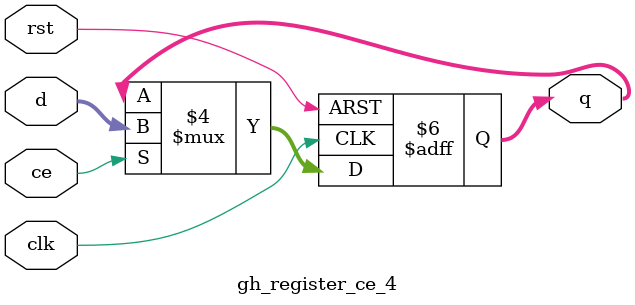
<source format=sv>
module gh_register_ce_4 (
  input logic clk,
  input logic rst,
  input logic ce, // clock enable
  input logic [4-1:0] d,
  output logic [4-1:0] q
);

  always_ff @(posedge clk or posedge rst) begin
    if (rst == 1'b1) q <= 0;
    else begin
      if (ce == 1'b1) q <= d;
    end;
  end;
endmodule : gh_register_ce_4

</source>
